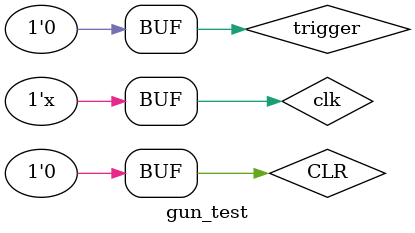
<source format=v>
`timescale 1ns / 1ps


module gun_test;

	// Inputs
	reg clk;
	reg CLR;
	reg trigger;

	// Outputs
	wire LED;

	// Instantiate the Unit Under Test (UUT)
	gun uut (
		.clk(clk), 
		.CLR(CLR), 
		.trigger(trigger), 
		.LED(LED)
	);

	initial begin
		// Initialize Inputs
		clk = 0;
		CLR = 0;
		trigger = 0;

		#10;
		CLR = 1;
		#2 CLR =0;
		
		#1 trigger = 0;
		#3 trigger = 1;
		#20 trigger = 0;
		#10 trigger = 1;
		#10 trigger = 0;
		#9 trigger = 1;
		#1 trigger = 0;
		#9 trigger = 1;
		#1 trigger = 0;
		#9 trigger = 1;
		#1 trigger = 0;
		#9 trigger = 1;
		#2 trigger = 0;
		#9 trigger = 1;
		#1 trigger = 0;
		#9 trigger = 1;
		#1 trigger = 0;
		#9 trigger = 1;
		#20 trigger = 0;
		#1 trigger = 1;
		#2 trigger = 0;
		#9 trigger = 1;
		#20 trigger = 0;
		#1 trigger = 1;
		#20 trigger = 0;
		
		#30 trigger = 1;
		#10 trigger = 0;
        
		// Add stimulus here

	end
      
	always 
		#1 clk = ~clk;
      
      
endmodule


</source>
